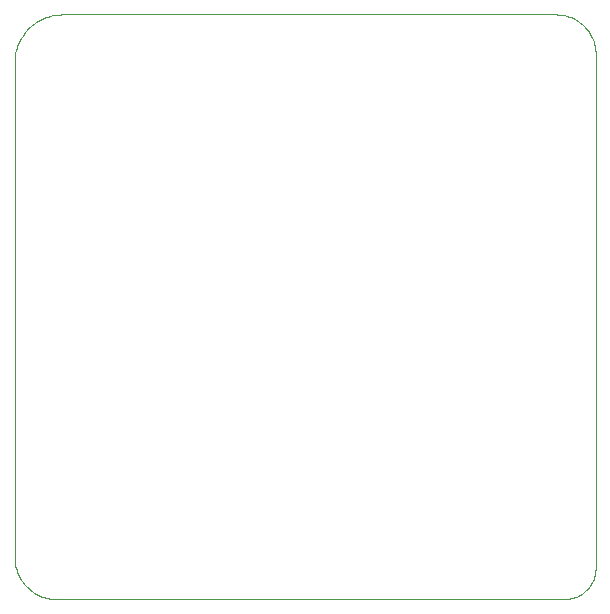
<source format=gko>
G75*
%MOIN*%
%OFA0B0*%
%FSLAX24Y24*%
%IPPOS*%
%LPD*%
%AMOC8*
5,1,8,0,0,1.08239X$1,22.5*
%
%ADD10C,0.0000*%
D10*
X000637Y001594D02*
X000637Y018096D01*
X000639Y018174D01*
X000645Y018251D01*
X000654Y018328D01*
X000667Y018404D01*
X000684Y018480D01*
X000705Y018555D01*
X000729Y018628D01*
X000757Y018701D01*
X000789Y018772D01*
X000824Y018841D01*
X000862Y018908D01*
X000903Y018974D01*
X000948Y019037D01*
X000996Y019098D01*
X001046Y019157D01*
X001100Y019213D01*
X001156Y019267D01*
X001215Y019317D01*
X001276Y019365D01*
X001339Y019410D01*
X001405Y019451D01*
X001472Y019489D01*
X001541Y019524D01*
X001612Y019556D01*
X001685Y019584D01*
X001758Y019608D01*
X001833Y019629D01*
X001909Y019646D01*
X001985Y019659D01*
X002062Y019668D01*
X002139Y019674D01*
X002217Y019676D01*
X018684Y019676D01*
X018756Y019674D01*
X018827Y019668D01*
X018898Y019659D01*
X018968Y019645D01*
X019038Y019628D01*
X019106Y019607D01*
X019174Y019582D01*
X019240Y019554D01*
X019304Y019522D01*
X019366Y019487D01*
X019426Y019448D01*
X019485Y019406D01*
X019540Y019361D01*
X019594Y019313D01*
X019644Y019263D01*
X019692Y019209D01*
X019737Y019154D01*
X019779Y019095D01*
X019818Y019035D01*
X019853Y018973D01*
X019885Y018909D01*
X019913Y018843D01*
X019938Y018775D01*
X019959Y018707D01*
X019976Y018637D01*
X019990Y018567D01*
X019999Y018496D01*
X020005Y018425D01*
X020007Y018353D01*
X020007Y001246D01*
X020006Y001246D02*
X020004Y001182D01*
X019998Y001118D01*
X019989Y001054D01*
X019975Y000991D01*
X019958Y000929D01*
X019937Y000868D01*
X019912Y000808D01*
X019884Y000751D01*
X019852Y000695D01*
X019817Y000640D01*
X019779Y000589D01*
X019738Y000539D01*
X019694Y000492D01*
X019647Y000448D01*
X019597Y000407D01*
X019546Y000369D01*
X019491Y000334D01*
X019435Y000302D01*
X019378Y000274D01*
X019318Y000249D01*
X019257Y000228D01*
X019195Y000211D01*
X019132Y000197D01*
X019068Y000188D01*
X019004Y000182D01*
X018940Y000180D01*
X002051Y000180D01*
X001977Y000182D01*
X001903Y000188D01*
X001830Y000197D01*
X001757Y000211D01*
X001685Y000228D01*
X001614Y000249D01*
X001544Y000274D01*
X001476Y000302D01*
X001409Y000334D01*
X001344Y000369D01*
X001281Y000408D01*
X001220Y000450D01*
X001161Y000495D01*
X001105Y000543D01*
X001051Y000594D01*
X001000Y000648D01*
X000952Y000704D01*
X000907Y000763D01*
X000865Y000824D01*
X000826Y000887D01*
X000791Y000952D01*
X000759Y001019D01*
X000731Y001087D01*
X000706Y001157D01*
X000685Y001228D01*
X000668Y001300D01*
X000654Y001373D01*
X000645Y001446D01*
X000639Y001520D01*
X000637Y001594D01*
M02*

</source>
